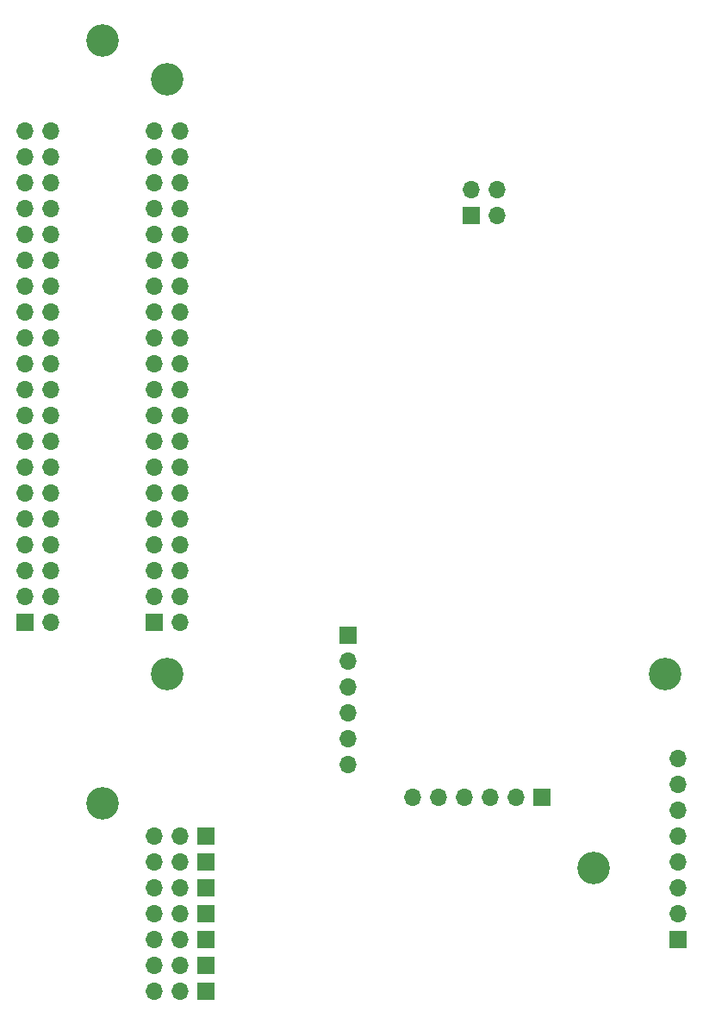
<source format=gbs>
G04 #@! TF.FileFunction,Soldermask,Bot*
%FSLAX46Y46*%
G04 Gerber Fmt 4.6, Leading zero omitted, Abs format (unit mm)*
G04 Created by KiCad (PCBNEW 4.0.7) date 07/23/18 10:36:12*
%MOMM*%
%LPD*%
G01*
G04 APERTURE LIST*
%ADD10C,0.100000*%
%ADD11R,1.700000X1.700000*%
%ADD12O,1.700000X1.700000*%
%ADD13C,3.200000*%
G04 APERTURE END LIST*
D10*
D11*
X139065000Y-144145000D03*
D12*
X136525000Y-144145000D03*
X133985000Y-144145000D03*
D11*
X185420000Y-144145000D03*
D12*
X185420000Y-141605000D03*
X185420000Y-139065000D03*
X185420000Y-136525000D03*
X185420000Y-133985000D03*
X185420000Y-131445000D03*
X185420000Y-128905000D03*
X185420000Y-126365000D03*
D11*
X133985000Y-113030000D03*
D12*
X136525000Y-113030000D03*
X133985000Y-110490000D03*
X136525000Y-110490000D03*
X133985000Y-107950000D03*
X136525000Y-107950000D03*
X133985000Y-105410000D03*
X136525000Y-105410000D03*
X133985000Y-102870000D03*
X136525000Y-102870000D03*
X133985000Y-100330000D03*
X136525000Y-100330000D03*
X133985000Y-97790000D03*
X136525000Y-97790000D03*
X133985000Y-95250000D03*
X136525000Y-95250000D03*
X133985000Y-92710000D03*
X136525000Y-92710000D03*
X133985000Y-90170000D03*
X136525000Y-90170000D03*
X133985000Y-87630000D03*
X136525000Y-87630000D03*
X133985000Y-85090000D03*
X136525000Y-85090000D03*
X133985000Y-82550000D03*
X136525000Y-82550000D03*
X133985000Y-80010000D03*
X136525000Y-80010000D03*
X133985000Y-77470000D03*
X136525000Y-77470000D03*
X133985000Y-74930000D03*
X136525000Y-74930000D03*
X133985000Y-72390000D03*
X136525000Y-72390000D03*
X133985000Y-69850000D03*
X136525000Y-69850000D03*
X133985000Y-67310000D03*
X136525000Y-67310000D03*
X133985000Y-64770000D03*
X136525000Y-64770000D03*
D11*
X139065000Y-133985000D03*
D12*
X136525000Y-133985000D03*
X133985000Y-133985000D03*
D11*
X139065000Y-136525000D03*
D12*
X136525000Y-136525000D03*
X133985000Y-136525000D03*
D11*
X139065000Y-139065000D03*
D12*
X136525000Y-139065000D03*
X133985000Y-139065000D03*
D11*
X139065000Y-141605000D03*
D12*
X136525000Y-141605000D03*
X133985000Y-141605000D03*
D11*
X139065000Y-146685000D03*
D12*
X136525000Y-146685000D03*
X133985000Y-146685000D03*
D11*
X153035000Y-114300000D03*
D12*
X153035000Y-116840000D03*
X153035000Y-119380000D03*
X153035000Y-121920000D03*
X153035000Y-124460000D03*
X153035000Y-127000000D03*
D11*
X172085000Y-130175000D03*
D12*
X169545000Y-130175000D03*
X167005000Y-130175000D03*
X164465000Y-130175000D03*
X161925000Y-130175000D03*
X159385000Y-130175000D03*
D11*
X165100000Y-73025000D03*
D12*
X167640000Y-73025000D03*
X165100000Y-70485000D03*
X167640000Y-70485000D03*
D13*
X128905000Y-55880000D03*
X135255000Y-59690000D03*
X135255000Y-118110000D03*
X184150000Y-118110000D03*
X177165000Y-137160000D03*
D11*
X139065000Y-149225000D03*
D12*
X136525000Y-149225000D03*
X133985000Y-149225000D03*
D11*
X121285000Y-113030000D03*
D12*
X123825000Y-113030000D03*
X121285000Y-110490000D03*
X123825000Y-110490000D03*
X121285000Y-107950000D03*
X123825000Y-107950000D03*
X121285000Y-105410000D03*
X123825000Y-105410000D03*
X121285000Y-102870000D03*
X123825000Y-102870000D03*
X121285000Y-100330000D03*
X123825000Y-100330000D03*
X121285000Y-97790000D03*
X123825000Y-97790000D03*
X121285000Y-95250000D03*
X123825000Y-95250000D03*
X121285000Y-92710000D03*
X123825000Y-92710000D03*
X121285000Y-90170000D03*
X123825000Y-90170000D03*
X121285000Y-87630000D03*
X123825000Y-87630000D03*
X121285000Y-85090000D03*
X123825000Y-85090000D03*
X121285000Y-82550000D03*
X123825000Y-82550000D03*
X121285000Y-80010000D03*
X123825000Y-80010000D03*
X121285000Y-77470000D03*
X123825000Y-77470000D03*
X121285000Y-74930000D03*
X123825000Y-74930000D03*
X121285000Y-72390000D03*
X123825000Y-72390000D03*
X121285000Y-69850000D03*
X123825000Y-69850000D03*
X121285000Y-67310000D03*
X123825000Y-67310000D03*
X121285000Y-64770000D03*
X123825000Y-64770000D03*
D13*
X128905000Y-130810000D03*
M02*

</source>
